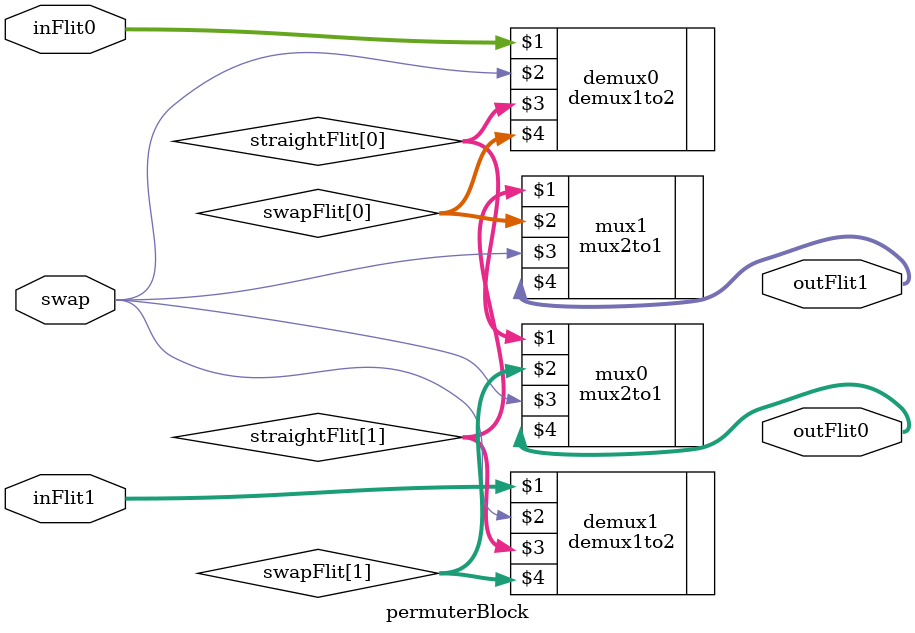
<source format=v>

`include "global.vh"

module permuterBlock # (parameter PERM_WIDTH = 8)(
  inFlit0,
  inFlit1, 
  swap, 
  outFlit0, 
  outFlit1
);

input                       swap;
input   [PERM_WIDTH-1:0] 	inFlit0,inFlit1;
output 	[PERM_WIDTH-1:0]	outFlit0, outFlit1;

wire	[PERM_WIDTH-1:0] swapFlit [1:0];
wire	[PERM_WIDTH-1:0] straightFlit [1:0];


demux1to2 # (PERM_WIDTH) demux0(inFlit0, swap, straightFlit[0], swapFlit[0]);
demux1to2 # (PERM_WIDTH) demux1(inFlit1, swap, straightFlit[1], swapFlit[1]);
mux2to1   # (PERM_WIDTH) mux0(straightFlit[0], swapFlit[1], swap, outFlit0);
mux2to1   # (PERM_WIDTH) mux1(straightFlit[1], swapFlit[0], swap, outFlit1);

endmodule

</source>
